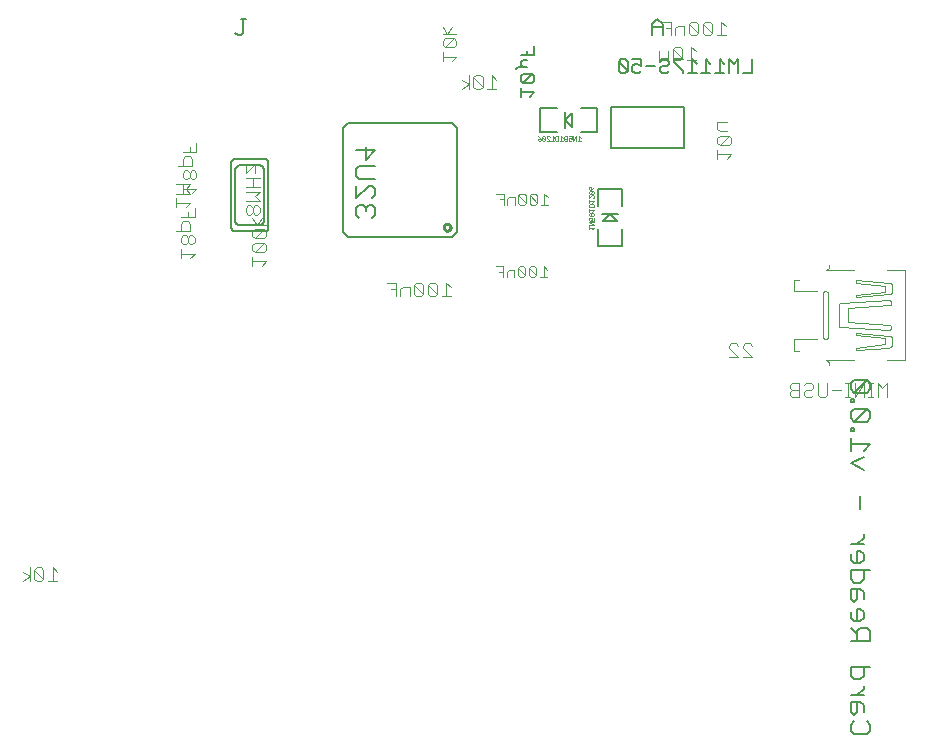
<source format=gbo>
G75*
%MOIN*%
%OFA0B0*%
%FSLAX25Y25*%
%IPPOS*%
%LPD*%
%AMOC8*
5,1,8,0,0,1.08239X$1,22.5*
%
%ADD10C,0.00600*%
%ADD11C,0.00400*%
%ADD12C,0.00300*%
%ADD13C,0.00800*%
%ADD14C,0.01000*%
%ADD15C,0.00500*%
%ADD16C,0.00100*%
D10*
X0170800Y0227817D02*
X0169732Y0228885D01*
X0169732Y0231020D01*
X0170800Y0232088D01*
X0171867Y0232088D01*
X0172935Y0231020D01*
X0172935Y0229953D01*
X0172935Y0231020D02*
X0174002Y0232088D01*
X0175070Y0232088D01*
X0176137Y0231020D01*
X0176137Y0228885D01*
X0175070Y0227817D01*
X0175070Y0234263D02*
X0176137Y0235331D01*
X0176137Y0237466D01*
X0175070Y0238533D01*
X0174002Y0238533D01*
X0169732Y0234263D01*
X0169732Y0238533D01*
X0170800Y0240708D02*
X0169732Y0241776D01*
X0169732Y0243911D01*
X0170800Y0244979D01*
X0176137Y0244979D01*
X0172935Y0247154D02*
X0172935Y0251424D01*
X0176137Y0250357D02*
X0172935Y0247154D01*
X0169732Y0250357D02*
X0176137Y0250357D01*
X0176137Y0240708D02*
X0170800Y0240708D01*
X0254501Y0251069D02*
X0279099Y0251069D01*
X0279099Y0264691D01*
X0254501Y0264691D01*
X0254501Y0251069D01*
X0334600Y0172758D02*
X0334600Y0170622D01*
X0335668Y0169555D01*
X0339938Y0173825D01*
X0335668Y0173825D01*
X0334600Y0172758D01*
X0335668Y0169555D02*
X0339938Y0169555D01*
X0341005Y0170622D01*
X0341005Y0172758D01*
X0339938Y0173825D01*
X0335668Y0167400D02*
X0334600Y0167400D01*
X0334600Y0166332D01*
X0335668Y0166332D01*
X0335668Y0167400D01*
X0335668Y0164157D02*
X0334600Y0163089D01*
X0334600Y0160954D01*
X0335668Y0159887D01*
X0339938Y0164157D01*
X0335668Y0164157D01*
X0339938Y0164157D02*
X0341005Y0163089D01*
X0341005Y0160954D01*
X0339938Y0159887D01*
X0335668Y0159887D01*
X0335668Y0157731D02*
X0334600Y0157731D01*
X0334600Y0156664D01*
X0335668Y0156664D01*
X0335668Y0157731D01*
X0334600Y0154489D02*
X0334600Y0150218D01*
X0334600Y0152353D02*
X0341005Y0152353D01*
X0338870Y0150218D01*
X0338870Y0148043D02*
X0334600Y0145908D01*
X0338870Y0143773D01*
X0337803Y0135152D02*
X0337803Y0130882D01*
X0338870Y0122268D02*
X0338870Y0121200D01*
X0336735Y0119065D01*
X0334600Y0119065D02*
X0338870Y0119065D01*
X0337803Y0116890D02*
X0336735Y0116890D01*
X0336735Y0112620D01*
X0335668Y0112620D02*
X0337803Y0112620D01*
X0338870Y0113687D01*
X0338870Y0115822D01*
X0337803Y0116890D01*
X0334600Y0115822D02*
X0334600Y0113687D01*
X0335668Y0112620D01*
X0334600Y0110444D02*
X0334600Y0107242D01*
X0335668Y0106174D01*
X0337803Y0106174D01*
X0338870Y0107242D01*
X0338870Y0110444D01*
X0341005Y0110444D02*
X0334600Y0110444D01*
X0334600Y0103999D02*
X0334600Y0100796D01*
X0335668Y0099729D01*
X0336735Y0100796D01*
X0336735Y0103999D01*
X0337803Y0103999D02*
X0334600Y0103999D01*
X0337803Y0103999D02*
X0338870Y0102931D01*
X0338870Y0100796D01*
X0337803Y0097553D02*
X0336735Y0097553D01*
X0336735Y0093283D01*
X0335668Y0093283D02*
X0337803Y0093283D01*
X0338870Y0094351D01*
X0338870Y0096486D01*
X0337803Y0097553D01*
X0334600Y0096486D02*
X0334600Y0094351D01*
X0335668Y0093283D01*
X0334600Y0091108D02*
X0336735Y0088973D01*
X0336735Y0090040D02*
X0336735Y0086838D01*
X0334600Y0086838D02*
X0341005Y0086838D01*
X0341005Y0090040D01*
X0339938Y0091108D01*
X0337803Y0091108D01*
X0336735Y0090040D01*
X0334600Y0078217D02*
X0334600Y0075014D01*
X0335668Y0073947D01*
X0337803Y0073947D01*
X0338870Y0075014D01*
X0338870Y0078217D01*
X0341005Y0078217D02*
X0334600Y0078217D01*
X0338870Y0071778D02*
X0338870Y0070711D01*
X0336735Y0068575D01*
X0334600Y0068575D02*
X0338870Y0068575D01*
X0337803Y0066400D02*
X0334600Y0066400D01*
X0334600Y0063197D01*
X0335668Y0062130D01*
X0336735Y0063197D01*
X0336735Y0066400D01*
X0337803Y0066400D02*
X0338870Y0065333D01*
X0338870Y0063197D01*
X0339938Y0059955D02*
X0341005Y0058887D01*
X0341005Y0056752D01*
X0339938Y0055684D01*
X0335668Y0055684D01*
X0334600Y0056752D01*
X0334600Y0058887D01*
X0335668Y0059955D01*
D11*
X0060842Y0108269D02*
X0058540Y0106734D01*
X0060842Y0106734D02*
X0060842Y0111338D01*
X0062377Y0110571D02*
X0065446Y0107502D01*
X0064679Y0106734D01*
X0063144Y0106734D01*
X0062377Y0107502D01*
X0062377Y0110571D01*
X0063144Y0111338D01*
X0064679Y0111338D01*
X0065446Y0110571D01*
X0065446Y0107502D01*
X0066981Y0106734D02*
X0070050Y0106734D01*
X0068515Y0106734D02*
X0068515Y0111338D01*
X0070050Y0109804D01*
X0060842Y0108269D02*
X0058540Y0109804D01*
X0135100Y0211734D02*
X0135100Y0214804D01*
X0135100Y0213269D02*
X0139704Y0213269D01*
X0138169Y0211734D01*
X0138937Y0216338D02*
X0135867Y0216338D01*
X0138937Y0219408D01*
X0135867Y0219408D01*
X0135100Y0218640D01*
X0135100Y0217106D01*
X0135867Y0216338D01*
X0138937Y0216338D02*
X0139704Y0217106D01*
X0139704Y0218640D01*
X0138937Y0219408D01*
X0138937Y0220942D02*
X0135867Y0220942D01*
X0138937Y0224012D01*
X0135867Y0224012D01*
X0135100Y0223244D01*
X0135100Y0221710D01*
X0135867Y0220942D01*
X0138937Y0220942D02*
X0139704Y0221710D01*
X0139704Y0223244D01*
X0138937Y0224012D01*
X0139704Y0225546D02*
X0135100Y0225546D01*
X0136635Y0225546D02*
X0135100Y0227848D01*
X0134449Y0228848D02*
X0135217Y0229615D01*
X0135217Y0231150D01*
X0134449Y0231917D01*
X0133682Y0231917D01*
X0132915Y0231150D01*
X0132915Y0229615D01*
X0133682Y0228848D01*
X0134449Y0228848D01*
X0135217Y0229615D02*
X0135984Y0228848D01*
X0136751Y0228848D01*
X0137519Y0229615D01*
X0137519Y0231150D01*
X0136751Y0231917D01*
X0135984Y0231917D01*
X0135217Y0231150D01*
X0137519Y0233452D02*
X0135984Y0234987D01*
X0137519Y0236521D01*
X0132915Y0236521D01*
X0132915Y0238056D02*
X0137519Y0238056D01*
X0135217Y0238056D02*
X0135217Y0241125D01*
X0135984Y0242660D02*
X0135984Y0245729D01*
X0132915Y0242660D01*
X0132915Y0245729D01*
X0132915Y0241125D02*
X0137519Y0241125D01*
X0137519Y0233452D02*
X0132915Y0233452D01*
X0138169Y0227848D02*
X0136635Y0225546D01*
X0115881Y0228118D02*
X0115881Y0231187D01*
X0114359Y0232781D02*
X0109755Y0232781D01*
X0109755Y0231246D02*
X0109755Y0234316D01*
X0109755Y0235850D02*
X0114359Y0235850D01*
X0112825Y0237385D01*
X0114359Y0238920D01*
X0109755Y0238920D01*
X0111868Y0239050D02*
X0111868Y0235981D01*
X0111868Y0237516D02*
X0116472Y0237516D01*
X0114937Y0235981D01*
X0114359Y0232781D02*
X0112825Y0231246D01*
X0113579Y0229653D02*
X0113579Y0228118D01*
X0113579Y0226584D02*
X0112044Y0226584D01*
X0111277Y0225816D01*
X0111277Y0223514D01*
X0109742Y0223514D02*
X0114346Y0223514D01*
X0114346Y0225816D01*
X0113579Y0226584D01*
X0111277Y0228118D02*
X0115881Y0228118D01*
X0115113Y0221980D02*
X0114346Y0221980D01*
X0113579Y0221212D01*
X0113579Y0219678D01*
X0114346Y0218910D01*
X0115113Y0218910D01*
X0115881Y0219678D01*
X0115881Y0221212D01*
X0115113Y0221980D01*
X0113579Y0221212D02*
X0112811Y0221980D01*
X0112044Y0221980D01*
X0111277Y0221212D01*
X0111277Y0219678D01*
X0112044Y0218910D01*
X0112811Y0218910D01*
X0113579Y0219678D01*
X0111277Y0217376D02*
X0111277Y0214306D01*
X0111277Y0215841D02*
X0115881Y0215841D01*
X0114346Y0214306D01*
X0114937Y0240585D02*
X0115704Y0240585D01*
X0116472Y0241352D01*
X0116472Y0242887D01*
X0115704Y0243654D01*
X0114937Y0243654D01*
X0114170Y0242887D01*
X0114170Y0241352D01*
X0114937Y0240585D01*
X0114170Y0241352D02*
X0113402Y0240585D01*
X0112635Y0240585D01*
X0111868Y0241352D01*
X0111868Y0242887D01*
X0112635Y0243654D01*
X0113402Y0243654D01*
X0114170Y0242887D01*
X0114937Y0245189D02*
X0114937Y0247491D01*
X0114170Y0248258D01*
X0112635Y0248258D01*
X0111868Y0247491D01*
X0111868Y0245189D01*
X0110333Y0245189D02*
X0114937Y0245189D01*
X0114170Y0249793D02*
X0114170Y0251327D01*
X0116472Y0249793D02*
X0116472Y0252862D01*
X0116472Y0249793D02*
X0111868Y0249793D01*
X0179815Y0206238D02*
X0182884Y0206238D01*
X0182884Y0201634D01*
X0184419Y0201634D02*
X0184419Y0203936D01*
X0185186Y0204704D01*
X0187488Y0204704D01*
X0187488Y0201634D01*
X0189023Y0202402D02*
X0189790Y0201634D01*
X0191325Y0201634D01*
X0192092Y0202402D01*
X0189023Y0205471D01*
X0189023Y0202402D01*
X0189023Y0205471D02*
X0189790Y0206238D01*
X0191325Y0206238D01*
X0192092Y0205471D01*
X0192092Y0202402D01*
X0193627Y0202402D02*
X0193627Y0205471D01*
X0196696Y0202402D01*
X0195929Y0201634D01*
X0194394Y0201634D01*
X0193627Y0202402D01*
X0193627Y0205471D02*
X0194394Y0206238D01*
X0195929Y0206238D01*
X0196696Y0205471D01*
X0196696Y0202402D01*
X0198231Y0201634D02*
X0201300Y0201634D01*
X0199765Y0201634D02*
X0199765Y0206238D01*
X0201300Y0204704D01*
X0182884Y0203936D02*
X0181350Y0203936D01*
X0204940Y0270759D02*
X0207242Y0272294D01*
X0204940Y0273829D01*
X0207242Y0275363D02*
X0207242Y0270759D01*
X0208777Y0271527D02*
X0208777Y0274596D01*
X0211846Y0271527D01*
X0211079Y0270759D01*
X0209544Y0270759D01*
X0208777Y0271527D01*
X0208777Y0274596D02*
X0209544Y0275363D01*
X0211079Y0275363D01*
X0211846Y0274596D01*
X0211846Y0271527D01*
X0213381Y0270759D02*
X0216450Y0270759D01*
X0214915Y0270759D02*
X0214915Y0275363D01*
X0216450Y0273829D01*
X0203104Y0281525D02*
X0198500Y0281525D01*
X0198500Y0283059D02*
X0198500Y0279990D01*
X0201569Y0279990D02*
X0203104Y0281525D01*
X0202337Y0284594D02*
X0199267Y0284594D01*
X0202337Y0287663D01*
X0199267Y0287663D01*
X0198500Y0286896D01*
X0198500Y0285361D01*
X0199267Y0284594D01*
X0202337Y0284594D02*
X0203104Y0285361D01*
X0203104Y0286896D01*
X0202337Y0287663D01*
X0203104Y0289198D02*
X0198500Y0289198D01*
X0200035Y0289198D02*
X0201569Y0291500D01*
X0200035Y0289198D02*
X0198500Y0291500D01*
X0270673Y0283354D02*
X0270673Y0280284D01*
X0272975Y0280284D01*
X0273742Y0281052D01*
X0273742Y0283354D01*
X0275277Y0284121D02*
X0275277Y0281052D01*
X0276044Y0280284D01*
X0277579Y0280284D01*
X0278346Y0281052D01*
X0275277Y0284121D01*
X0276044Y0284888D01*
X0277579Y0284888D01*
X0278346Y0284121D01*
X0278346Y0281052D01*
X0279881Y0280284D02*
X0282950Y0280284D01*
X0281415Y0280284D02*
X0281415Y0284888D01*
X0282950Y0283354D01*
X0282975Y0288634D02*
X0283742Y0289402D01*
X0280673Y0292471D01*
X0280673Y0289402D01*
X0281440Y0288634D01*
X0282975Y0288634D01*
X0283742Y0289402D02*
X0283742Y0292471D01*
X0282975Y0293238D01*
X0281440Y0293238D01*
X0280673Y0292471D01*
X0279138Y0291704D02*
X0276836Y0291704D01*
X0276069Y0290936D01*
X0276069Y0288634D01*
X0274534Y0288634D02*
X0274534Y0293238D01*
X0271465Y0293238D01*
X0273000Y0290936D02*
X0274534Y0290936D01*
X0279138Y0291704D02*
X0279138Y0288634D01*
X0285277Y0289402D02*
X0286044Y0288634D01*
X0287579Y0288634D01*
X0288346Y0289402D01*
X0285277Y0292471D01*
X0285277Y0289402D01*
X0285277Y0292471D02*
X0286044Y0293238D01*
X0287579Y0293238D01*
X0288346Y0292471D01*
X0288346Y0289402D01*
X0289881Y0288634D02*
X0292950Y0288634D01*
X0291415Y0288634D02*
X0291415Y0293238D01*
X0292950Y0291704D01*
X0293169Y0259700D02*
X0290100Y0259700D01*
X0290100Y0257398D01*
X0290867Y0256630D01*
X0293169Y0256630D01*
X0293937Y0255096D02*
X0290867Y0252027D01*
X0290100Y0252794D01*
X0290100Y0254328D01*
X0290867Y0255096D01*
X0293937Y0255096D01*
X0294704Y0254328D01*
X0294704Y0252794D01*
X0293937Y0252027D01*
X0290867Y0252027D01*
X0290100Y0250492D02*
X0290100Y0247423D01*
X0290100Y0248957D02*
X0294704Y0248957D01*
X0293169Y0247423D01*
X0327256Y0211326D02*
X0327254Y0211270D01*
X0327248Y0211215D01*
X0327239Y0211160D01*
X0327226Y0211106D01*
X0327209Y0211052D01*
X0327188Y0211001D01*
X0327164Y0210950D01*
X0327137Y0210901D01*
X0327106Y0210855D01*
X0327073Y0210810D01*
X0327036Y0210768D01*
X0326997Y0210729D01*
X0326955Y0210692D01*
X0326910Y0210659D01*
X0326864Y0210628D01*
X0326815Y0210601D01*
X0326764Y0210577D01*
X0326713Y0210556D01*
X0326659Y0210539D01*
X0326605Y0210526D01*
X0326550Y0210517D01*
X0326495Y0210511D01*
X0326439Y0210509D01*
X0335530Y0210509D01*
X0336454Y0207034D02*
X0336454Y0206217D01*
X0345856Y0205195D01*
X0345856Y0203151D01*
X0336454Y0202129D01*
X0336454Y0201312D01*
X0347286Y0202334D01*
X0347352Y0202341D01*
X0347417Y0202352D01*
X0347482Y0202366D01*
X0347545Y0202384D01*
X0347608Y0202406D01*
X0347669Y0202431D01*
X0347729Y0202459D01*
X0347787Y0202491D01*
X0347843Y0202527D01*
X0347897Y0202565D01*
X0347948Y0202606D01*
X0347997Y0202650D01*
X0348044Y0202697D01*
X0348088Y0202747D01*
X0348129Y0202799D01*
X0348167Y0202853D01*
X0348202Y0202909D01*
X0348233Y0202967D01*
X0348261Y0203027D01*
X0348286Y0203089D01*
X0348307Y0203151D01*
X0348307Y0205400D02*
X0348286Y0205462D01*
X0348261Y0205524D01*
X0348233Y0205584D01*
X0348202Y0205642D01*
X0348167Y0205698D01*
X0348129Y0205752D01*
X0348088Y0205804D01*
X0348044Y0205854D01*
X0347997Y0205901D01*
X0347948Y0205945D01*
X0347897Y0205986D01*
X0347843Y0206024D01*
X0347787Y0206060D01*
X0347729Y0206092D01*
X0347669Y0206120D01*
X0347608Y0206145D01*
X0347545Y0206167D01*
X0347482Y0206185D01*
X0347417Y0206199D01*
X0347352Y0206210D01*
X0347286Y0206217D01*
X0336454Y0207034D01*
X0348307Y0205399D02*
X0348341Y0205284D01*
X0348371Y0205167D01*
X0348397Y0205050D01*
X0348419Y0204932D01*
X0348438Y0204814D01*
X0348453Y0204694D01*
X0348464Y0204575D01*
X0348472Y0204455D01*
X0348476Y0204335D01*
X0348476Y0204215D01*
X0348472Y0204095D01*
X0348464Y0203975D01*
X0348453Y0203856D01*
X0348438Y0203736D01*
X0348419Y0203618D01*
X0348397Y0203500D01*
X0348371Y0203383D01*
X0348341Y0203266D01*
X0348307Y0203151D01*
X0347286Y0200289D02*
X0331344Y0199472D01*
X0331344Y0199473D02*
X0331286Y0199468D01*
X0331230Y0199459D01*
X0331173Y0199446D01*
X0331118Y0199430D01*
X0331064Y0199410D01*
X0331012Y0199387D01*
X0330961Y0199360D01*
X0330912Y0199329D01*
X0330865Y0199296D01*
X0330821Y0199260D01*
X0330778Y0199220D01*
X0330739Y0199178D01*
X0330703Y0199134D01*
X0330669Y0199087D01*
X0330639Y0199038D01*
X0330612Y0198987D01*
X0330589Y0198934D01*
X0330569Y0198880D01*
X0330553Y0198825D01*
X0330540Y0198769D01*
X0330531Y0198712D01*
X0330526Y0198655D01*
X0330527Y0198655D02*
X0330527Y0192115D01*
X0330532Y0192058D01*
X0330541Y0192001D01*
X0330554Y0191945D01*
X0330570Y0191889D01*
X0330590Y0191835D01*
X0330613Y0191783D01*
X0330640Y0191732D01*
X0330670Y0191683D01*
X0330704Y0191636D01*
X0330740Y0191592D01*
X0330779Y0191550D01*
X0330821Y0191510D01*
X0330866Y0191474D01*
X0330913Y0191441D01*
X0330962Y0191410D01*
X0331013Y0191384D01*
X0331065Y0191360D01*
X0331119Y0191340D01*
X0331174Y0191324D01*
X0331230Y0191311D01*
X0331287Y0191302D01*
X0331344Y0191297D01*
X0347286Y0190480D01*
X0347342Y0190482D01*
X0347397Y0190488D01*
X0347452Y0190497D01*
X0347506Y0190510D01*
X0347560Y0190527D01*
X0347611Y0190548D01*
X0347662Y0190572D01*
X0347711Y0190599D01*
X0347757Y0190630D01*
X0347802Y0190663D01*
X0347844Y0190700D01*
X0347883Y0190739D01*
X0347920Y0190781D01*
X0347953Y0190826D01*
X0347984Y0190872D01*
X0348011Y0190921D01*
X0348035Y0190972D01*
X0348056Y0191023D01*
X0348073Y0191077D01*
X0348086Y0191131D01*
X0348095Y0191186D01*
X0348101Y0191241D01*
X0348103Y0191297D01*
X0348103Y0191298D02*
X0348101Y0191354D01*
X0348095Y0191409D01*
X0348086Y0191464D01*
X0348073Y0191518D01*
X0348056Y0191572D01*
X0348035Y0191623D01*
X0348011Y0191674D01*
X0347984Y0191723D01*
X0347953Y0191769D01*
X0347920Y0191814D01*
X0347883Y0191856D01*
X0347844Y0191895D01*
X0347802Y0191932D01*
X0347757Y0191965D01*
X0347711Y0191996D01*
X0347662Y0192023D01*
X0347611Y0192047D01*
X0347560Y0192068D01*
X0347506Y0192085D01*
X0347452Y0192098D01*
X0347397Y0192107D01*
X0347342Y0192113D01*
X0347286Y0192115D01*
X0333797Y0192932D01*
X0333797Y0197838D01*
X0333797Y0197837D02*
X0347286Y0198654D01*
X0347286Y0198655D02*
X0347342Y0198657D01*
X0347397Y0198663D01*
X0347452Y0198672D01*
X0347506Y0198685D01*
X0347560Y0198702D01*
X0347611Y0198723D01*
X0347662Y0198747D01*
X0347711Y0198774D01*
X0347757Y0198805D01*
X0347802Y0198838D01*
X0347844Y0198875D01*
X0347883Y0198914D01*
X0347920Y0198956D01*
X0347953Y0199001D01*
X0347984Y0199047D01*
X0348011Y0199096D01*
X0348035Y0199147D01*
X0348056Y0199198D01*
X0348073Y0199252D01*
X0348086Y0199306D01*
X0348095Y0199361D01*
X0348101Y0199416D01*
X0348103Y0199472D01*
X0348104Y0199472D02*
X0348104Y0199472D01*
X0348103Y0199472D02*
X0348101Y0199528D01*
X0348095Y0199583D01*
X0348086Y0199638D01*
X0348073Y0199692D01*
X0348056Y0199746D01*
X0348035Y0199797D01*
X0348011Y0199848D01*
X0347984Y0199897D01*
X0347953Y0199943D01*
X0347920Y0199988D01*
X0347883Y0200030D01*
X0347844Y0200069D01*
X0347802Y0200106D01*
X0347757Y0200139D01*
X0347711Y0200170D01*
X0347662Y0200197D01*
X0347611Y0200221D01*
X0347560Y0200242D01*
X0347506Y0200259D01*
X0347452Y0200272D01*
X0347397Y0200281D01*
X0347342Y0200287D01*
X0347286Y0200289D01*
X0346681Y0210508D02*
X0352600Y0210509D01*
X0352600Y0180261D01*
X0346680Y0180261D01*
X0347286Y0184553D02*
X0336454Y0183735D01*
X0336454Y0184553D01*
X0345856Y0185575D01*
X0345856Y0187619D01*
X0336454Y0188640D01*
X0336454Y0189458D01*
X0347286Y0188436D01*
X0347352Y0188429D01*
X0347417Y0188418D01*
X0347482Y0188404D01*
X0347545Y0188386D01*
X0347608Y0188364D01*
X0347669Y0188339D01*
X0347729Y0188311D01*
X0347787Y0188279D01*
X0347843Y0188243D01*
X0347897Y0188205D01*
X0347948Y0188164D01*
X0347997Y0188120D01*
X0348044Y0188073D01*
X0348088Y0188023D01*
X0348129Y0187971D01*
X0348167Y0187917D01*
X0348202Y0187861D01*
X0348233Y0187803D01*
X0348261Y0187743D01*
X0348286Y0187681D01*
X0348307Y0187619D01*
X0348307Y0185370D02*
X0348286Y0185308D01*
X0348261Y0185246D01*
X0348233Y0185186D01*
X0348202Y0185128D01*
X0348167Y0185072D01*
X0348129Y0185018D01*
X0348088Y0184966D01*
X0348044Y0184916D01*
X0347997Y0184869D01*
X0347948Y0184825D01*
X0347897Y0184784D01*
X0347843Y0184746D01*
X0347787Y0184710D01*
X0347729Y0184678D01*
X0347669Y0184650D01*
X0347608Y0184625D01*
X0347545Y0184603D01*
X0347482Y0184585D01*
X0347417Y0184571D01*
X0347352Y0184560D01*
X0347286Y0184553D01*
X0348307Y0185370D02*
X0348341Y0185485D01*
X0348371Y0185602D01*
X0348397Y0185719D01*
X0348419Y0185837D01*
X0348438Y0185955D01*
X0348453Y0186075D01*
X0348464Y0186194D01*
X0348472Y0186314D01*
X0348476Y0186434D01*
X0348476Y0186554D01*
X0348472Y0186674D01*
X0348464Y0186794D01*
X0348453Y0186913D01*
X0348438Y0187033D01*
X0348419Y0187151D01*
X0348397Y0187269D01*
X0348371Y0187386D01*
X0348341Y0187503D01*
X0348307Y0187618D01*
X0352600Y0180261D02*
X0352600Y0180260D01*
X0346600Y0172688D02*
X0345065Y0171154D01*
X0343531Y0172688D01*
X0343531Y0168084D01*
X0341996Y0168084D02*
X0340461Y0168084D01*
X0341229Y0168084D02*
X0341229Y0172688D01*
X0341996Y0172688D02*
X0340461Y0172688D01*
X0338927Y0172688D02*
X0338927Y0168084D01*
X0335858Y0168084D02*
X0335858Y0172688D01*
X0334323Y0172688D02*
X0332788Y0172688D01*
X0333556Y0172688D02*
X0333556Y0168084D01*
X0334323Y0168084D02*
X0332788Y0168084D01*
X0331254Y0170386D02*
X0328184Y0170386D01*
X0326650Y0168852D02*
X0325882Y0168084D01*
X0324348Y0168084D01*
X0323580Y0168852D01*
X0323580Y0172688D01*
X0322046Y0171921D02*
X0322046Y0171154D01*
X0321278Y0170386D01*
X0319744Y0170386D01*
X0318976Y0169619D01*
X0318976Y0168852D01*
X0319744Y0168084D01*
X0321278Y0168084D01*
X0322046Y0168852D01*
X0322046Y0171921D02*
X0321278Y0172688D01*
X0319744Y0172688D01*
X0318976Y0171921D01*
X0317442Y0172688D02*
X0317442Y0168084D01*
X0315140Y0168084D01*
X0314373Y0168852D01*
X0314373Y0169619D01*
X0315140Y0170386D01*
X0317442Y0170386D01*
X0315140Y0170386D02*
X0314373Y0171154D01*
X0314373Y0171921D01*
X0315140Y0172688D01*
X0317442Y0172688D01*
X0326650Y0172688D02*
X0326650Y0168852D01*
X0335858Y0168084D02*
X0338927Y0172688D01*
X0346600Y0172688D02*
X0346600Y0168084D01*
X0335531Y0180261D02*
X0326439Y0180260D01*
X0326495Y0180258D01*
X0326550Y0180252D01*
X0326605Y0180243D01*
X0326659Y0180230D01*
X0326713Y0180213D01*
X0326764Y0180192D01*
X0326815Y0180168D01*
X0326864Y0180141D01*
X0326910Y0180110D01*
X0326955Y0180077D01*
X0326997Y0180040D01*
X0327036Y0180001D01*
X0327073Y0179959D01*
X0327106Y0179914D01*
X0327137Y0179868D01*
X0327164Y0179819D01*
X0327188Y0179768D01*
X0327209Y0179717D01*
X0327226Y0179663D01*
X0327239Y0179609D01*
X0327248Y0179554D01*
X0327254Y0179499D01*
X0327256Y0179443D01*
X0327257Y0179443D02*
X0327257Y0178830D01*
X0326030Y0187414D02*
X0325975Y0187416D01*
X0325919Y0187422D01*
X0325864Y0187431D01*
X0325810Y0187444D01*
X0325757Y0187461D01*
X0325705Y0187482D01*
X0325654Y0187506D01*
X0325606Y0187533D01*
X0325559Y0187563D01*
X0325514Y0187597D01*
X0325472Y0187634D01*
X0325433Y0187673D01*
X0325396Y0187715D01*
X0325362Y0187760D01*
X0325332Y0187807D01*
X0325305Y0187855D01*
X0325281Y0187906D01*
X0325260Y0187958D01*
X0325243Y0188011D01*
X0325230Y0188065D01*
X0325221Y0188120D01*
X0325215Y0188176D01*
X0325213Y0188231D01*
X0325213Y0202538D01*
X0325215Y0202593D01*
X0325221Y0202649D01*
X0325230Y0202704D01*
X0325243Y0202758D01*
X0325260Y0202811D01*
X0325281Y0202863D01*
X0325305Y0202914D01*
X0325332Y0202962D01*
X0325362Y0203009D01*
X0325396Y0203054D01*
X0325433Y0203096D01*
X0325472Y0203135D01*
X0325514Y0203172D01*
X0325559Y0203206D01*
X0325606Y0203236D01*
X0325654Y0203263D01*
X0325705Y0203287D01*
X0325757Y0203308D01*
X0325810Y0203325D01*
X0325864Y0203338D01*
X0325919Y0203347D01*
X0325975Y0203353D01*
X0326030Y0203355D01*
X0326031Y0203355D01*
X0326030Y0203355D02*
X0326092Y0203353D01*
X0326154Y0203348D01*
X0326215Y0203338D01*
X0326275Y0203325D01*
X0326334Y0203309D01*
X0326393Y0203289D01*
X0326450Y0203265D01*
X0326505Y0203238D01*
X0326559Y0203208D01*
X0326611Y0203174D01*
X0326660Y0203137D01*
X0326708Y0203098D01*
X0326753Y0203056D01*
X0326795Y0203011D01*
X0326834Y0202963D01*
X0326871Y0202914D01*
X0326905Y0202862D01*
X0326935Y0202808D01*
X0326962Y0202753D01*
X0326986Y0202696D01*
X0327006Y0202637D01*
X0327022Y0202578D01*
X0327035Y0202518D01*
X0327045Y0202457D01*
X0327050Y0202395D01*
X0327052Y0202333D01*
X0327052Y0202334D02*
X0327052Y0188436D01*
X0327053Y0188436D02*
X0327051Y0188374D01*
X0327045Y0188313D01*
X0327036Y0188252D01*
X0327023Y0188191D01*
X0327006Y0188132D01*
X0326986Y0188074D01*
X0326963Y0188017D01*
X0326936Y0187961D01*
X0326905Y0187907D01*
X0326872Y0187856D01*
X0326835Y0187806D01*
X0326796Y0187759D01*
X0326753Y0187714D01*
X0326708Y0187671D01*
X0326661Y0187632D01*
X0326611Y0187595D01*
X0326560Y0187562D01*
X0326506Y0187531D01*
X0326450Y0187504D01*
X0326393Y0187481D01*
X0326335Y0187461D01*
X0326276Y0187444D01*
X0326215Y0187431D01*
X0326154Y0187422D01*
X0326093Y0187416D01*
X0326031Y0187414D01*
X0323169Y0187414D02*
X0315811Y0187414D01*
X0315607Y0187414D02*
X0315607Y0183530D01*
X0315811Y0183531D02*
X0317242Y0183531D01*
X0301650Y0185151D02*
X0300883Y0185918D01*
X0299348Y0185918D01*
X0298581Y0185151D01*
X0298581Y0184384D01*
X0301650Y0181314D01*
X0298581Y0181314D01*
X0297046Y0181314D02*
X0293977Y0184384D01*
X0293977Y0185151D01*
X0294744Y0185918D01*
X0296279Y0185918D01*
X0297046Y0185151D01*
X0297046Y0181314D02*
X0293977Y0181314D01*
X0315606Y0203355D02*
X0315606Y0207239D01*
X0315811Y0207239D02*
X0317242Y0207239D01*
X0315811Y0203356D02*
X0323169Y0203356D01*
X0327257Y0211326D02*
X0327257Y0211939D01*
D12*
X0233412Y0210520D02*
X0232177Y0211754D01*
X0232177Y0208051D01*
X0230943Y0208051D02*
X0233412Y0208051D01*
X0229728Y0208668D02*
X0227260Y0211137D01*
X0227260Y0208668D01*
X0227877Y0208051D01*
X0229111Y0208051D01*
X0229728Y0208668D01*
X0229728Y0211137D01*
X0229111Y0211754D01*
X0227877Y0211754D01*
X0227260Y0211137D01*
X0226045Y0211137D02*
X0225428Y0211754D01*
X0224194Y0211754D01*
X0223577Y0211137D01*
X0226045Y0208668D01*
X0225428Y0208051D01*
X0224194Y0208051D01*
X0223577Y0208668D01*
X0223577Y0211137D01*
X0222362Y0210520D02*
X0222362Y0208051D01*
X0219893Y0208051D02*
X0219893Y0209903D01*
X0220511Y0210520D01*
X0222362Y0210520D01*
X0218679Y0209903D02*
X0217445Y0209903D01*
X0218679Y0211754D02*
X0216210Y0211754D01*
X0218679Y0211754D02*
X0218679Y0208051D01*
X0226045Y0208668D02*
X0226045Y0211137D01*
X0225656Y0232192D02*
X0226273Y0232809D01*
X0223804Y0235278D01*
X0223804Y0232809D01*
X0224422Y0232192D01*
X0225656Y0232192D01*
X0226273Y0232809D02*
X0226273Y0235278D01*
X0225656Y0235895D01*
X0224422Y0235895D01*
X0223804Y0235278D01*
X0222590Y0234660D02*
X0222590Y0232192D01*
X0222590Y0234660D02*
X0220738Y0234660D01*
X0220121Y0234043D01*
X0220121Y0232192D01*
X0218907Y0232192D02*
X0218907Y0235895D01*
X0216438Y0235895D01*
X0217672Y0234043D02*
X0218907Y0234043D01*
X0227488Y0232809D02*
X0228105Y0232192D01*
X0229339Y0232192D01*
X0229956Y0232809D01*
X0227488Y0235278D01*
X0227488Y0232809D01*
X0229956Y0232809D02*
X0229956Y0235278D01*
X0229339Y0235895D01*
X0228105Y0235895D01*
X0227488Y0235278D01*
X0231171Y0232192D02*
X0233639Y0232192D01*
X0232405Y0232192D02*
X0232405Y0235895D01*
X0233639Y0234660D01*
D13*
X0250363Y0237333D02*
X0250363Y0231821D01*
X0251544Y0229065D02*
X0254300Y0229065D01*
X0251938Y0226703D01*
X0256662Y0226703D01*
X0254300Y0229065D01*
X0257056Y0229065D01*
X0258237Y0231821D02*
X0258237Y0237333D01*
X0250363Y0237333D01*
X0250363Y0223947D02*
X0250363Y0218436D01*
X0258237Y0218436D01*
X0258237Y0223947D01*
X0249999Y0256447D02*
X0244487Y0256447D01*
X0241731Y0258022D02*
X0239369Y0260384D01*
X0241731Y0262747D01*
X0241731Y0258022D01*
X0239369Y0257628D02*
X0239369Y0260384D01*
X0239369Y0263140D01*
X0236613Y0264321D02*
X0231101Y0264321D01*
X0231101Y0256447D01*
X0236613Y0256447D01*
X0244487Y0264321D02*
X0249999Y0264321D01*
X0249999Y0256447D01*
X0203198Y0257707D02*
X0203198Y0223062D01*
X0201623Y0221487D01*
X0166977Y0221487D01*
X0165402Y0223062D01*
X0165402Y0257707D01*
X0166977Y0259282D01*
X0201623Y0259282D01*
X0203198Y0257707D01*
D14*
X0198935Y0224636D02*
X0198937Y0224703D01*
X0198943Y0224769D01*
X0198953Y0224835D01*
X0198967Y0224900D01*
X0198984Y0224964D01*
X0199006Y0225027D01*
X0199031Y0225089D01*
X0199060Y0225149D01*
X0199093Y0225207D01*
X0199128Y0225263D01*
X0199168Y0225317D01*
X0199210Y0225368D01*
X0199255Y0225417D01*
X0199303Y0225463D01*
X0199354Y0225506D01*
X0199407Y0225546D01*
X0199463Y0225583D01*
X0199521Y0225616D01*
X0199580Y0225646D01*
X0199641Y0225672D01*
X0199704Y0225695D01*
X0199768Y0225713D01*
X0199833Y0225728D01*
X0199899Y0225739D01*
X0199965Y0225746D01*
X0200031Y0225749D01*
X0200098Y0225748D01*
X0200164Y0225743D01*
X0200230Y0225734D01*
X0200296Y0225721D01*
X0200360Y0225704D01*
X0200423Y0225684D01*
X0200485Y0225659D01*
X0200546Y0225631D01*
X0200605Y0225600D01*
X0200661Y0225565D01*
X0200716Y0225527D01*
X0200768Y0225485D01*
X0200817Y0225440D01*
X0200864Y0225393D01*
X0200908Y0225343D01*
X0200948Y0225290D01*
X0200986Y0225235D01*
X0201020Y0225178D01*
X0201051Y0225119D01*
X0201078Y0225058D01*
X0201101Y0224996D01*
X0201121Y0224932D01*
X0201137Y0224867D01*
X0201149Y0224802D01*
X0201157Y0224736D01*
X0201161Y0224669D01*
X0201161Y0224603D01*
X0201157Y0224536D01*
X0201149Y0224470D01*
X0201137Y0224405D01*
X0201121Y0224340D01*
X0201101Y0224276D01*
X0201078Y0224214D01*
X0201051Y0224153D01*
X0201020Y0224094D01*
X0200986Y0224037D01*
X0200948Y0223982D01*
X0200908Y0223929D01*
X0200864Y0223879D01*
X0200817Y0223832D01*
X0200768Y0223787D01*
X0200716Y0223745D01*
X0200661Y0223707D01*
X0200604Y0223672D01*
X0200546Y0223641D01*
X0200485Y0223613D01*
X0200423Y0223588D01*
X0200360Y0223568D01*
X0200296Y0223551D01*
X0200230Y0223538D01*
X0200164Y0223529D01*
X0200098Y0223524D01*
X0200031Y0223523D01*
X0199965Y0223526D01*
X0199899Y0223533D01*
X0199833Y0223544D01*
X0199768Y0223559D01*
X0199704Y0223577D01*
X0199641Y0223600D01*
X0199580Y0223626D01*
X0199521Y0223656D01*
X0199463Y0223689D01*
X0199407Y0223726D01*
X0199354Y0223766D01*
X0199303Y0223809D01*
X0199255Y0223855D01*
X0199210Y0223904D01*
X0199168Y0223955D01*
X0199128Y0224009D01*
X0199093Y0224065D01*
X0199060Y0224123D01*
X0199031Y0224183D01*
X0199006Y0224245D01*
X0198984Y0224308D01*
X0198967Y0224372D01*
X0198953Y0224437D01*
X0198943Y0224503D01*
X0198937Y0224569D01*
X0198935Y0224636D01*
D15*
X0224550Y0268134D02*
X0224550Y0271137D01*
X0224550Y0269636D02*
X0229054Y0269636D01*
X0227553Y0268134D01*
X0228303Y0272738D02*
X0225301Y0272738D01*
X0228303Y0275741D01*
X0225301Y0275741D01*
X0224550Y0274990D01*
X0224550Y0273489D01*
X0225301Y0272738D01*
X0228303Y0272738D02*
X0229054Y0273489D01*
X0229054Y0274990D01*
X0228303Y0275741D01*
X0226802Y0278093D02*
X0225301Y0278093D01*
X0223799Y0278093D01*
X0223049Y0277342D01*
X0224550Y0278844D02*
X0224550Y0279594D01*
X0225301Y0280345D01*
X0226802Y0280345D01*
X0226802Y0281946D02*
X0226802Y0283447D01*
X0229054Y0281946D02*
X0229054Y0284949D01*
X0229054Y0281946D02*
X0224550Y0281946D01*
X0224550Y0278844D02*
X0225301Y0278093D01*
X0257151Y0276885D02*
X0257902Y0276134D01*
X0259403Y0276134D01*
X0260154Y0276885D01*
X0257151Y0279888D01*
X0257151Y0276885D01*
X0257151Y0279888D02*
X0257902Y0280638D01*
X0259403Y0280638D01*
X0260154Y0279888D01*
X0260154Y0276885D01*
X0261755Y0276885D02*
X0262506Y0276134D01*
X0264007Y0276134D01*
X0264758Y0276885D01*
X0264758Y0278386D02*
X0263257Y0279137D01*
X0262506Y0279137D01*
X0261755Y0278386D01*
X0261755Y0276885D01*
X0264758Y0278386D02*
X0264758Y0280638D01*
X0261755Y0280638D01*
X0266359Y0278386D02*
X0269362Y0278386D01*
X0270963Y0277636D02*
X0270963Y0276885D01*
X0271714Y0276134D01*
X0273215Y0276134D01*
X0273966Y0276885D01*
X0273215Y0278386D02*
X0271714Y0278386D01*
X0270963Y0277636D01*
X0270963Y0279888D02*
X0271714Y0280638D01*
X0273215Y0280638D01*
X0273966Y0279888D01*
X0273966Y0279137D01*
X0273215Y0278386D01*
X0275567Y0279888D02*
X0278570Y0276885D01*
X0278570Y0276134D01*
X0280171Y0276134D02*
X0283174Y0276134D01*
X0281672Y0276134D02*
X0281672Y0280638D01*
X0283174Y0279137D01*
X0284775Y0276134D02*
X0287778Y0276134D01*
X0286276Y0276134D02*
X0286276Y0280638D01*
X0287778Y0279137D01*
X0289379Y0276134D02*
X0292381Y0276134D01*
X0290880Y0276134D02*
X0290880Y0280638D01*
X0292381Y0279137D01*
X0293983Y0280638D02*
X0293983Y0276134D01*
X0296985Y0276134D02*
X0296985Y0280638D01*
X0295484Y0279137D01*
X0293983Y0280638D01*
X0298587Y0276134D02*
X0301589Y0276134D01*
X0301589Y0280638D01*
X0278570Y0280638D02*
X0275567Y0280638D01*
X0275567Y0279888D01*
X0271920Y0288584D02*
X0271920Y0292254D01*
X0270085Y0294089D01*
X0268250Y0292254D01*
X0268250Y0288584D01*
X0268250Y0291337D02*
X0271920Y0291337D01*
X0140461Y0246269D02*
X0140461Y0224500D01*
X0140459Y0224435D01*
X0140453Y0224371D01*
X0140444Y0224307D01*
X0140431Y0224243D01*
X0140414Y0224181D01*
X0140394Y0224119D01*
X0140370Y0224059D01*
X0140343Y0224000D01*
X0140312Y0223944D01*
X0140278Y0223888D01*
X0140241Y0223835D01*
X0140201Y0223785D01*
X0140158Y0223736D01*
X0140112Y0223690D01*
X0140063Y0223647D01*
X0140013Y0223607D01*
X0139960Y0223570D01*
X0139905Y0223536D01*
X0139848Y0223505D01*
X0139789Y0223478D01*
X0139729Y0223454D01*
X0139667Y0223434D01*
X0139605Y0223417D01*
X0139541Y0223404D01*
X0139477Y0223395D01*
X0139413Y0223389D01*
X0139348Y0223387D01*
X0139348Y0223386D02*
X0129383Y0223386D01*
X0129313Y0223388D01*
X0129244Y0223394D01*
X0129174Y0223404D01*
X0129106Y0223417D01*
X0129038Y0223435D01*
X0128972Y0223456D01*
X0128907Y0223481D01*
X0128843Y0223509D01*
X0128781Y0223541D01*
X0128721Y0223577D01*
X0128663Y0223616D01*
X0128607Y0223658D01*
X0128553Y0223703D01*
X0128503Y0223751D01*
X0128455Y0223801D01*
X0128410Y0223855D01*
X0128368Y0223911D01*
X0128329Y0223969D01*
X0128293Y0224029D01*
X0128261Y0224091D01*
X0128233Y0224155D01*
X0128208Y0224220D01*
X0128187Y0224286D01*
X0128169Y0224354D01*
X0128156Y0224422D01*
X0128146Y0224492D01*
X0128140Y0224561D01*
X0128138Y0224631D01*
X0128139Y0224631D02*
X0128139Y0246502D01*
X0128141Y0246560D01*
X0128147Y0246617D01*
X0128156Y0246674D01*
X0128169Y0246730D01*
X0128186Y0246785D01*
X0128206Y0246839D01*
X0128230Y0246891D01*
X0128257Y0246942D01*
X0128287Y0246991D01*
X0128321Y0247038D01*
X0128357Y0247082D01*
X0128397Y0247124D01*
X0128439Y0247164D01*
X0128483Y0247200D01*
X0128530Y0247234D01*
X0128579Y0247264D01*
X0128630Y0247291D01*
X0128682Y0247315D01*
X0128736Y0247335D01*
X0128791Y0247352D01*
X0128847Y0247365D01*
X0128904Y0247374D01*
X0128961Y0247380D01*
X0129019Y0247382D01*
X0139348Y0247382D01*
X0139413Y0247380D01*
X0139477Y0247374D01*
X0139541Y0247365D01*
X0139605Y0247352D01*
X0139667Y0247335D01*
X0139729Y0247315D01*
X0139789Y0247291D01*
X0139848Y0247264D01*
X0139905Y0247233D01*
X0139960Y0247199D01*
X0140013Y0247162D01*
X0140063Y0247122D01*
X0140112Y0247079D01*
X0140158Y0247033D01*
X0140201Y0246984D01*
X0140241Y0246934D01*
X0140278Y0246881D01*
X0140312Y0246826D01*
X0140343Y0246769D01*
X0140370Y0246710D01*
X0140394Y0246650D01*
X0140414Y0246588D01*
X0140431Y0246526D01*
X0140444Y0246462D01*
X0140453Y0246398D01*
X0140459Y0246334D01*
X0140461Y0246269D01*
X0138887Y0243839D02*
X0138887Y0226930D01*
X0138885Y0226853D01*
X0138879Y0226776D01*
X0138870Y0226699D01*
X0138857Y0226623D01*
X0138840Y0226547D01*
X0138819Y0226473D01*
X0138795Y0226399D01*
X0138767Y0226327D01*
X0138736Y0226257D01*
X0138701Y0226188D01*
X0138663Y0226120D01*
X0138622Y0226055D01*
X0138577Y0225992D01*
X0138529Y0225931D01*
X0138479Y0225872D01*
X0138426Y0225816D01*
X0138370Y0225763D01*
X0138311Y0225713D01*
X0138250Y0225665D01*
X0138187Y0225620D01*
X0138122Y0225579D01*
X0138054Y0225541D01*
X0137985Y0225506D01*
X0137915Y0225475D01*
X0137843Y0225447D01*
X0137769Y0225423D01*
X0137695Y0225402D01*
X0137619Y0225385D01*
X0137543Y0225372D01*
X0137466Y0225363D01*
X0137389Y0225357D01*
X0137312Y0225355D01*
X0131288Y0225355D01*
X0131206Y0225348D01*
X0131124Y0225344D01*
X0131041Y0225345D01*
X0130959Y0225349D01*
X0130877Y0225357D01*
X0130795Y0225369D01*
X0130715Y0225384D01*
X0130634Y0225403D01*
X0130555Y0225426D01*
X0130477Y0225453D01*
X0130401Y0225483D01*
X0130326Y0225517D01*
X0130252Y0225554D01*
X0130180Y0225594D01*
X0130110Y0225638D01*
X0130043Y0225685D01*
X0129977Y0225735D01*
X0129914Y0225788D01*
X0129853Y0225843D01*
X0129795Y0225902D01*
X0129740Y0225963D01*
X0129688Y0226027D01*
X0129639Y0226093D01*
X0129592Y0226161D01*
X0129549Y0226231D01*
X0129510Y0226303D01*
X0129473Y0226377D01*
X0129440Y0226453D01*
X0129411Y0226530D01*
X0129385Y0226608D01*
X0129363Y0226687D01*
X0129345Y0226767D01*
X0129330Y0226848D01*
X0129319Y0226930D01*
X0129320Y0226930D02*
X0129320Y0243445D01*
X0129319Y0243445D02*
X0129321Y0243531D01*
X0129326Y0243617D01*
X0129336Y0243702D01*
X0129349Y0243787D01*
X0129366Y0243871D01*
X0129386Y0243955D01*
X0129410Y0244037D01*
X0129438Y0244118D01*
X0129469Y0244199D01*
X0129503Y0244277D01*
X0129541Y0244354D01*
X0129583Y0244430D01*
X0129627Y0244503D01*
X0129675Y0244574D01*
X0129726Y0244644D01*
X0129780Y0244711D01*
X0129836Y0244775D01*
X0129896Y0244837D01*
X0129958Y0244897D01*
X0130022Y0244953D01*
X0130089Y0245007D01*
X0130159Y0245058D01*
X0130230Y0245106D01*
X0130304Y0245150D01*
X0130379Y0245192D01*
X0130456Y0245230D01*
X0130534Y0245264D01*
X0130615Y0245295D01*
X0130696Y0245323D01*
X0130778Y0245347D01*
X0130862Y0245367D01*
X0130946Y0245384D01*
X0131031Y0245397D01*
X0131116Y0245407D01*
X0131202Y0245412D01*
X0131288Y0245414D01*
X0137312Y0245414D01*
X0137389Y0245412D01*
X0137466Y0245406D01*
X0137543Y0245397D01*
X0137619Y0245384D01*
X0137695Y0245367D01*
X0137769Y0245346D01*
X0137843Y0245322D01*
X0137915Y0245294D01*
X0137985Y0245263D01*
X0138054Y0245228D01*
X0138122Y0245190D01*
X0138187Y0245149D01*
X0138250Y0245104D01*
X0138311Y0245056D01*
X0138370Y0245006D01*
X0138426Y0244953D01*
X0138479Y0244897D01*
X0138529Y0244838D01*
X0138577Y0244777D01*
X0138622Y0244714D01*
X0138663Y0244649D01*
X0138701Y0244581D01*
X0138736Y0244512D01*
X0138767Y0244442D01*
X0138795Y0244370D01*
X0138819Y0244296D01*
X0138840Y0244222D01*
X0138857Y0244146D01*
X0138870Y0244070D01*
X0138879Y0243993D01*
X0138885Y0243916D01*
X0138887Y0243839D01*
X0131185Y0288584D02*
X0132102Y0289502D01*
X0132102Y0294089D01*
X0131185Y0294089D02*
X0133020Y0294089D01*
X0131185Y0288584D02*
X0130267Y0288584D01*
X0129350Y0289502D01*
D16*
X0230240Y0254936D02*
X0230740Y0254685D01*
X0231241Y0254185D01*
X0230490Y0254185D01*
X0230240Y0253935D01*
X0230240Y0253685D01*
X0230490Y0253434D01*
X0230991Y0253434D01*
X0231241Y0253685D01*
X0231241Y0254185D01*
X0231713Y0253685D02*
X0231963Y0253434D01*
X0232464Y0253434D01*
X0232714Y0253685D01*
X0231713Y0254685D01*
X0231713Y0253685D01*
X0231713Y0254685D02*
X0231963Y0254936D01*
X0232464Y0254936D01*
X0232714Y0254685D01*
X0232714Y0253685D01*
X0233186Y0253434D02*
X0234187Y0253434D01*
X0233186Y0254435D01*
X0233186Y0254685D01*
X0233437Y0254936D01*
X0233937Y0254936D01*
X0234187Y0254685D01*
X0235160Y0254936D02*
X0235160Y0253434D01*
X0235660Y0253434D02*
X0234660Y0253434D01*
X0235660Y0254435D02*
X0235160Y0254936D01*
X0236133Y0254685D02*
X0236383Y0254936D01*
X0237134Y0254936D01*
X0237134Y0253434D01*
X0236383Y0253434D01*
X0236133Y0253685D01*
X0236133Y0254685D01*
X0237606Y0253434D02*
X0238607Y0253434D01*
X0238107Y0253434D02*
X0238107Y0254936D01*
X0238607Y0254435D01*
X0239079Y0254435D02*
X0239330Y0254185D01*
X0239830Y0254185D01*
X0240080Y0254435D01*
X0240080Y0254685D01*
X0239830Y0254936D01*
X0239330Y0254936D01*
X0239079Y0254685D01*
X0239079Y0254435D01*
X0239330Y0254185D02*
X0239079Y0253935D01*
X0239079Y0253685D01*
X0239330Y0253434D01*
X0239830Y0253434D01*
X0240080Y0253685D01*
X0240080Y0253935D01*
X0239830Y0254185D01*
X0240553Y0254185D02*
X0240553Y0253685D01*
X0240803Y0253434D01*
X0241303Y0253434D01*
X0241553Y0253685D01*
X0241553Y0254185D02*
X0241053Y0254435D01*
X0240803Y0254435D01*
X0240553Y0254185D01*
X0240553Y0254936D02*
X0241553Y0254936D01*
X0241553Y0254185D01*
X0242026Y0253434D02*
X0242026Y0254936D01*
X0243027Y0254936D02*
X0242026Y0253434D01*
X0243027Y0253434D02*
X0243027Y0254936D01*
X0244000Y0254936D02*
X0244000Y0253434D01*
X0244500Y0253434D02*
X0243499Y0253434D01*
X0244500Y0254435D02*
X0244000Y0254936D01*
X0247600Y0238195D02*
X0247850Y0238195D01*
X0248101Y0237944D01*
X0248101Y0237194D01*
X0247600Y0237194D01*
X0247350Y0237444D01*
X0247350Y0237944D01*
X0247600Y0238195D01*
X0248601Y0237694D02*
X0248101Y0237194D01*
X0248601Y0236721D02*
X0247600Y0235720D01*
X0247350Y0235971D01*
X0247350Y0236471D01*
X0247600Y0236721D01*
X0248601Y0236721D01*
X0248851Y0236471D01*
X0248851Y0235971D01*
X0248601Y0235720D01*
X0247600Y0235720D01*
X0247350Y0235248D02*
X0247350Y0234247D01*
X0248351Y0235248D01*
X0248601Y0235248D01*
X0248851Y0234998D01*
X0248851Y0234497D01*
X0248601Y0234247D01*
X0248851Y0233274D02*
X0247350Y0233274D01*
X0247350Y0232774D02*
X0247350Y0233775D01*
X0248351Y0232774D02*
X0248851Y0233274D01*
X0248601Y0232301D02*
X0248851Y0232051D01*
X0248851Y0231301D01*
X0247350Y0231301D01*
X0247350Y0232051D01*
X0247600Y0232301D01*
X0248601Y0232301D01*
X0247350Y0230828D02*
X0247350Y0229827D01*
X0247350Y0230328D02*
X0248851Y0230328D01*
X0248351Y0229827D01*
X0248351Y0229355D02*
X0248101Y0229105D01*
X0248101Y0228604D01*
X0248351Y0228354D01*
X0248601Y0228354D01*
X0248851Y0228604D01*
X0248851Y0229105D01*
X0248601Y0229355D01*
X0248351Y0229355D01*
X0248101Y0229105D02*
X0247850Y0229355D01*
X0247600Y0229355D01*
X0247350Y0229105D01*
X0247350Y0228604D01*
X0247600Y0228354D01*
X0247850Y0228354D01*
X0248101Y0228604D01*
X0248101Y0227882D02*
X0247600Y0227882D01*
X0247350Y0227632D01*
X0247350Y0227131D01*
X0247600Y0226881D01*
X0248101Y0226881D02*
X0248351Y0227381D01*
X0248351Y0227632D01*
X0248101Y0227882D01*
X0248851Y0227882D02*
X0248851Y0226881D01*
X0248101Y0226881D01*
X0248851Y0226408D02*
X0247350Y0226408D01*
X0248851Y0225408D01*
X0247350Y0225408D01*
X0247350Y0224935D02*
X0247350Y0223934D01*
X0247350Y0224435D02*
X0248851Y0224435D01*
X0248351Y0223934D01*
X0248601Y0237694D02*
X0248851Y0238195D01*
M02*

</source>
